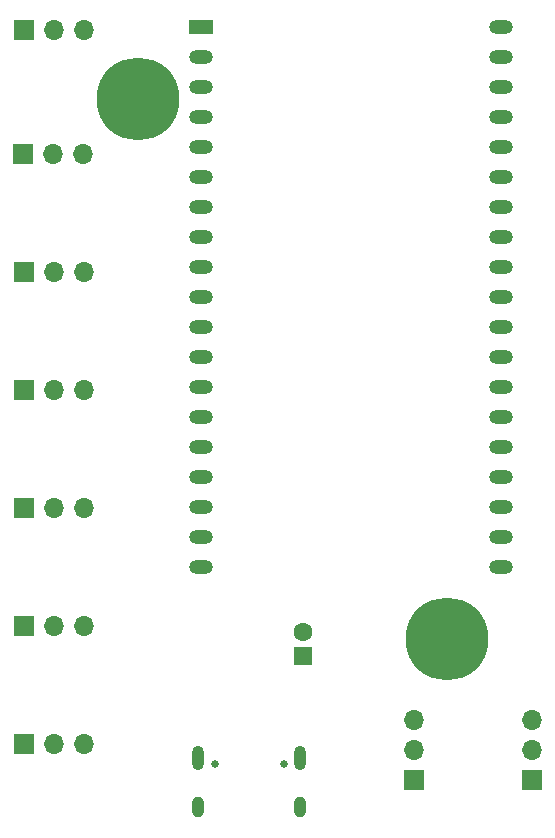
<source format=gbr>
%TF.GenerationSoftware,KiCad,Pcbnew,8.0.3*%
%TF.CreationDate,2024-07-18T19:56:29+02:00*%
%TF.ProjectId,7Analyzer,37416e61-6c79-47a6-9572-2e6b69636164,rev?*%
%TF.SameCoordinates,Original*%
%TF.FileFunction,Soldermask,Bot*%
%TF.FilePolarity,Negative*%
%FSLAX46Y46*%
G04 Gerber Fmt 4.6, Leading zero omitted, Abs format (unit mm)*
G04 Created by KiCad (PCBNEW 8.0.3) date 2024-07-18 19:56:29*
%MOMM*%
%LPD*%
G01*
G04 APERTURE LIST*
%ADD10C,7.000000*%
%ADD11R,1.700000X1.700000*%
%ADD12O,1.700000X1.700000*%
%ADD13R,2.000000X1.200000*%
%ADD14O,2.000000X1.200000*%
%ADD15R,1.600000X1.600000*%
%ADD16C,1.600000*%
%ADD17O,1.000000X1.800000*%
%ADD18O,1.000000X2.100000*%
%ADD19C,0.650000*%
G04 APERTURE END LIST*
D10*
%TO.C,J2*%
X26670000Y-21336000D03*
%TD*%
%TO.C,J1*%
X52832000Y-67056000D03*
%TD*%
D11*
%TO.C,J10*%
X16975000Y-66000000D03*
D12*
X19515000Y-66000000D03*
X22055000Y-66000000D03*
%TD*%
D13*
%TO.C,U1*%
X32004000Y-15240000D03*
D14*
X32004000Y-17780000D03*
X32004000Y-20320000D03*
X32004000Y-22860000D03*
X32004000Y-25400000D03*
X32004000Y-27940000D03*
X32004000Y-30480000D03*
X32004000Y-33020000D03*
X32004000Y-35560000D03*
X32004000Y-38100000D03*
X32004000Y-40640000D03*
X32004000Y-43180000D03*
X32004000Y-45720000D03*
X32004000Y-48260000D03*
X32004000Y-50800000D03*
X32004000Y-53340000D03*
X32004000Y-55880000D03*
X32004000Y-58420000D03*
X32004000Y-60960000D03*
X57400320Y-60957280D03*
X57400320Y-58417280D03*
X57404000Y-55880000D03*
X57404000Y-53340000D03*
X57404000Y-50800000D03*
X57404000Y-48260000D03*
X57404000Y-45720000D03*
X57404000Y-43180000D03*
X57404000Y-40640000D03*
X57404000Y-38100000D03*
X57404000Y-35560000D03*
X57404000Y-33020000D03*
X57404000Y-30480000D03*
X57404000Y-27940000D03*
X57404000Y-25400000D03*
X57404000Y-22860000D03*
X57404000Y-20320000D03*
X57404000Y-17780000D03*
X57404000Y-15240000D03*
%TD*%
D11*
%TO.C,J9*%
X17000000Y-56000000D03*
D12*
X19540000Y-56000000D03*
X22080000Y-56000000D03*
%TD*%
D15*
%TO.C,C1*%
X40640000Y-68519113D03*
D16*
X40640000Y-66519113D03*
%TD*%
D11*
%TO.C,J8*%
X16960000Y-46000000D03*
D12*
X19500000Y-46000000D03*
X22040000Y-46000000D03*
%TD*%
D11*
%TO.C,J5*%
X16975000Y-15500000D03*
D12*
X19515000Y-15500000D03*
X22055000Y-15500000D03*
%TD*%
D11*
%TO.C,J3*%
X60000000Y-79025000D03*
D12*
X60000000Y-76485000D03*
X60000000Y-73945000D03*
%TD*%
D11*
%TO.C,J11*%
X16975000Y-76000000D03*
D12*
X19515000Y-76000000D03*
X22055000Y-76000000D03*
%TD*%
D11*
%TO.C,J6*%
X16920000Y-26000000D03*
D12*
X19460000Y-26000000D03*
X22000000Y-26000000D03*
%TD*%
D11*
%TO.C,J7*%
X16960000Y-36000000D03*
D12*
X19500000Y-36000000D03*
X22040000Y-36000000D03*
%TD*%
D11*
%TO.C,J4*%
X50000000Y-79040000D03*
D12*
X50000000Y-76500000D03*
X50000000Y-73960000D03*
%TD*%
D17*
%TO.C,P1*%
X40388000Y-81339000D03*
D18*
X40388000Y-77159000D03*
D17*
X31748000Y-81339000D03*
D18*
X31748000Y-77159000D03*
D19*
X38958000Y-77659000D03*
X33178000Y-77659000D03*
%TD*%
M02*

</source>
